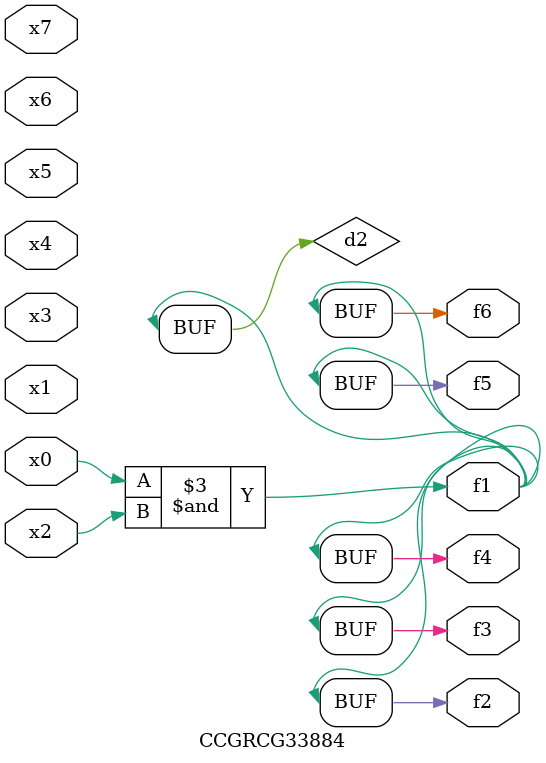
<source format=v>
module CCGRCG33884(
	input x0, x1, x2, x3, x4, x5, x6, x7,
	output f1, f2, f3, f4, f5, f6
);

	wire d1, d2;

	nor (d1, x3, x6);
	and (d2, x0, x2);
	assign f1 = d2;
	assign f2 = d2;
	assign f3 = d2;
	assign f4 = d2;
	assign f5 = d2;
	assign f6 = d2;
endmodule

</source>
